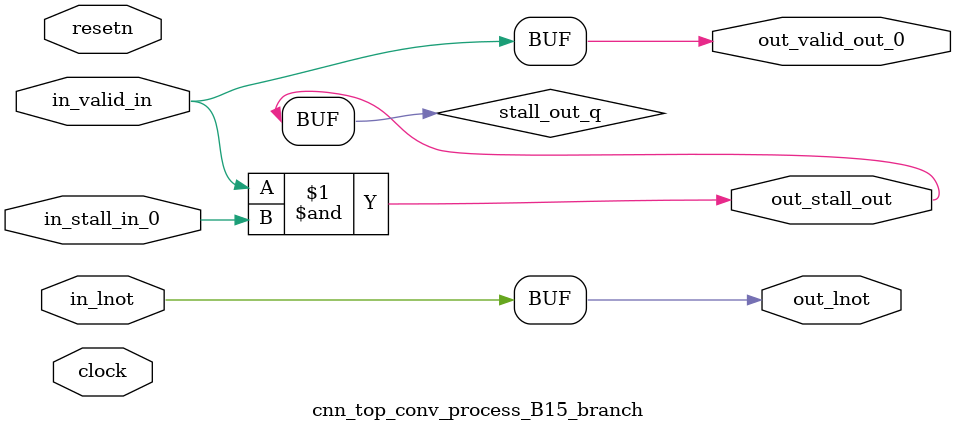
<source format=sv>



(* altera_attribute = "-name AUTO_SHIFT_REGISTER_RECOGNITION OFF; -name MESSAGE_DISABLE 10036; -name MESSAGE_DISABLE 10037; -name MESSAGE_DISABLE 14130; -name MESSAGE_DISABLE 14320; -name MESSAGE_DISABLE 15400; -name MESSAGE_DISABLE 14130; -name MESSAGE_DISABLE 10036; -name MESSAGE_DISABLE 12020; -name MESSAGE_DISABLE 12030; -name MESSAGE_DISABLE 12010; -name MESSAGE_DISABLE 12110; -name MESSAGE_DISABLE 14320; -name MESSAGE_DISABLE 13410; -name MESSAGE_DISABLE 113007; -name MESSAGE_DISABLE 10958" *)
module cnn_top_conv_process_B15_branch (
    input wire [0:0] in_lnot,
    input wire [0:0] in_stall_in_0,
    input wire [0:0] in_valid_in,
    output wire [0:0] out_lnot,
    output wire [0:0] out_stall_out,
    output wire [0:0] out_valid_out_0,
    input wire clock,
    input wire resetn
    );

    wire [0:0] stall_out_q;


    // out_lnot(GPOUT,5)
    assign out_lnot = in_lnot;

    // stall_out(LOGICAL,8)
    assign stall_out_q = in_valid_in & in_stall_in_0;

    // out_stall_out(GPOUT,6)
    assign out_stall_out = stall_out_q;

    // out_valid_out_0(GPOUT,7)
    assign out_valid_out_0 = in_valid_in;

endmodule

</source>
